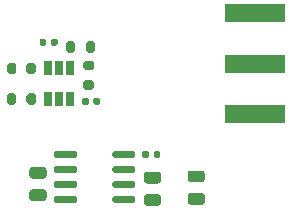
<source format=gbr>
G04 #@! TF.GenerationSoftware,KiCad,Pcbnew,(5.1.9)-1*
G04 #@! TF.CreationDate,2021-04-02T20:50:49-05:00*
G04 #@! TF.ProjectId,coax-probe,636f6178-2d70-4726-9f62-652e6b696361,rev?*
G04 #@! TF.SameCoordinates,Original*
G04 #@! TF.FileFunction,Paste,Top*
G04 #@! TF.FilePolarity,Positive*
%FSLAX46Y46*%
G04 Gerber Fmt 4.6, Leading zero omitted, Abs format (unit mm)*
G04 Created by KiCad (PCBNEW (5.1.9)-1) date 2021-04-02 20:50:49*
%MOMM*%
%LPD*%
G01*
G04 APERTURE LIST*
%ADD10R,0.650000X1.220000*%
%ADD11R,5.080000X1.500000*%
G04 APERTURE END LIST*
G36*
G01*
X170400000Y-64045000D02*
X170400000Y-63745000D01*
G75*
G02*
X170550000Y-63595000I150000J0D01*
G01*
X172200000Y-63595000D01*
G75*
G02*
X172350000Y-63745000I0J-150000D01*
G01*
X172350000Y-64045000D01*
G75*
G02*
X172200000Y-64195000I-150000J0D01*
G01*
X170550000Y-64195000D01*
G75*
G02*
X170400000Y-64045000I0J150000D01*
G01*
G37*
G36*
G01*
X170400000Y-65315000D02*
X170400000Y-65015000D01*
G75*
G02*
X170550000Y-64865000I150000J0D01*
G01*
X172200000Y-64865000D01*
G75*
G02*
X172350000Y-65015000I0J-150000D01*
G01*
X172350000Y-65315000D01*
G75*
G02*
X172200000Y-65465000I-150000J0D01*
G01*
X170550000Y-65465000D01*
G75*
G02*
X170400000Y-65315000I0J150000D01*
G01*
G37*
G36*
G01*
X170400000Y-66585000D02*
X170400000Y-66285000D01*
G75*
G02*
X170550000Y-66135000I150000J0D01*
G01*
X172200000Y-66135000D01*
G75*
G02*
X172350000Y-66285000I0J-150000D01*
G01*
X172350000Y-66585000D01*
G75*
G02*
X172200000Y-66735000I-150000J0D01*
G01*
X170550000Y-66735000D01*
G75*
G02*
X170400000Y-66585000I0J150000D01*
G01*
G37*
G36*
G01*
X170400000Y-67855000D02*
X170400000Y-67555000D01*
G75*
G02*
X170550000Y-67405000I150000J0D01*
G01*
X172200000Y-67405000D01*
G75*
G02*
X172350000Y-67555000I0J-150000D01*
G01*
X172350000Y-67855000D01*
G75*
G02*
X172200000Y-68005000I-150000J0D01*
G01*
X170550000Y-68005000D01*
G75*
G02*
X170400000Y-67855000I0J150000D01*
G01*
G37*
G36*
G01*
X165450000Y-67855000D02*
X165450000Y-67555000D01*
G75*
G02*
X165600000Y-67405000I150000J0D01*
G01*
X167250000Y-67405000D01*
G75*
G02*
X167400000Y-67555000I0J-150000D01*
G01*
X167400000Y-67855000D01*
G75*
G02*
X167250000Y-68005000I-150000J0D01*
G01*
X165600000Y-68005000D01*
G75*
G02*
X165450000Y-67855000I0J150000D01*
G01*
G37*
G36*
G01*
X165450000Y-66585000D02*
X165450000Y-66285000D01*
G75*
G02*
X165600000Y-66135000I150000J0D01*
G01*
X167250000Y-66135000D01*
G75*
G02*
X167400000Y-66285000I0J-150000D01*
G01*
X167400000Y-66585000D01*
G75*
G02*
X167250000Y-66735000I-150000J0D01*
G01*
X165600000Y-66735000D01*
G75*
G02*
X165450000Y-66585000I0J150000D01*
G01*
G37*
G36*
G01*
X165450000Y-65315000D02*
X165450000Y-65015000D01*
G75*
G02*
X165600000Y-64865000I150000J0D01*
G01*
X167250000Y-64865000D01*
G75*
G02*
X167400000Y-65015000I0J-150000D01*
G01*
X167400000Y-65315000D01*
G75*
G02*
X167250000Y-65465000I-150000J0D01*
G01*
X165600000Y-65465000D01*
G75*
G02*
X165450000Y-65315000I0J150000D01*
G01*
G37*
G36*
G01*
X165450000Y-64045000D02*
X165450000Y-63745000D01*
G75*
G02*
X165600000Y-63595000I150000J0D01*
G01*
X167250000Y-63595000D01*
G75*
G02*
X167400000Y-63745000I0J-150000D01*
G01*
X167400000Y-64045000D01*
G75*
G02*
X167250000Y-64195000I-150000J0D01*
G01*
X165600000Y-64195000D01*
G75*
G02*
X165450000Y-64045000I0J150000D01*
G01*
G37*
G36*
G01*
X177025000Y-67150000D02*
X177975000Y-67150000D01*
G75*
G02*
X178225000Y-67400000I0J-250000D01*
G01*
X178225000Y-67900000D01*
G75*
G02*
X177975000Y-68150000I-250000J0D01*
G01*
X177025000Y-68150000D01*
G75*
G02*
X176775000Y-67900000I0J250000D01*
G01*
X176775000Y-67400000D01*
G75*
G02*
X177025000Y-67150000I250000J0D01*
G01*
G37*
G36*
G01*
X177025000Y-65250000D02*
X177975000Y-65250000D01*
G75*
G02*
X178225000Y-65500000I0J-250000D01*
G01*
X178225000Y-66000000D01*
G75*
G02*
X177975000Y-66250000I-250000J0D01*
G01*
X177025000Y-66250000D01*
G75*
G02*
X176775000Y-66000000I0J250000D01*
G01*
X176775000Y-65500000D01*
G75*
G02*
X177025000Y-65250000I250000J0D01*
G01*
G37*
G36*
G01*
X173900000Y-64070000D02*
X173900000Y-63730000D01*
G75*
G02*
X174040000Y-63590000I140000J0D01*
G01*
X174320000Y-63590000D01*
G75*
G02*
X174460000Y-63730000I0J-140000D01*
G01*
X174460000Y-64070000D01*
G75*
G02*
X174320000Y-64210000I-140000J0D01*
G01*
X174040000Y-64210000D01*
G75*
G02*
X173900000Y-64070000I0J140000D01*
G01*
G37*
G36*
G01*
X172940000Y-64070000D02*
X172940000Y-63730000D01*
G75*
G02*
X173080000Y-63590000I140000J0D01*
G01*
X173360000Y-63590000D01*
G75*
G02*
X173500000Y-63730000I0J-140000D01*
G01*
X173500000Y-64070000D01*
G75*
G02*
X173360000Y-64210000I-140000J0D01*
G01*
X173080000Y-64210000D01*
G75*
G02*
X172940000Y-64070000I0J140000D01*
G01*
G37*
G36*
G01*
X162275000Y-56325000D02*
X162275000Y-56875000D01*
G75*
G02*
X162075000Y-57075000I-200000J0D01*
G01*
X161675000Y-57075000D01*
G75*
G02*
X161475000Y-56875000I0J200000D01*
G01*
X161475000Y-56325000D01*
G75*
G02*
X161675000Y-56125000I200000J0D01*
G01*
X162075000Y-56125000D01*
G75*
G02*
X162275000Y-56325000I0J-200000D01*
G01*
G37*
G36*
G01*
X163925000Y-56325000D02*
X163925000Y-56875000D01*
G75*
G02*
X163725000Y-57075000I-200000J0D01*
G01*
X163325000Y-57075000D01*
G75*
G02*
X163125000Y-56875000I0J200000D01*
G01*
X163125000Y-56325000D01*
G75*
G02*
X163325000Y-56125000I200000J0D01*
G01*
X163725000Y-56125000D01*
G75*
G02*
X163925000Y-56325000I0J-200000D01*
G01*
G37*
G36*
G01*
X168125000Y-57625000D02*
X168675000Y-57625000D01*
G75*
G02*
X168875000Y-57825000I0J-200000D01*
G01*
X168875000Y-58225000D01*
G75*
G02*
X168675000Y-58425000I-200000J0D01*
G01*
X168125000Y-58425000D01*
G75*
G02*
X167925000Y-58225000I0J200000D01*
G01*
X167925000Y-57825000D01*
G75*
G02*
X168125000Y-57625000I200000J0D01*
G01*
G37*
G36*
G01*
X168125000Y-55975000D02*
X168675000Y-55975000D01*
G75*
G02*
X168875000Y-56175000I0J-200000D01*
G01*
X168875000Y-56575000D01*
G75*
G02*
X168675000Y-56775000I-200000J0D01*
G01*
X168125000Y-56775000D01*
G75*
G02*
X167925000Y-56575000I0J200000D01*
G01*
X167925000Y-56175000D01*
G75*
G02*
X168125000Y-55975000I200000J0D01*
G01*
G37*
G36*
G01*
X168925000Y-54525000D02*
X168925000Y-55075000D01*
G75*
G02*
X168725000Y-55275000I-200000J0D01*
G01*
X168325000Y-55275000D01*
G75*
G02*
X168125000Y-55075000I0J200000D01*
G01*
X168125000Y-54525000D01*
G75*
G02*
X168325000Y-54325000I200000J0D01*
G01*
X168725000Y-54325000D01*
G75*
G02*
X168925000Y-54525000I0J-200000D01*
G01*
G37*
G36*
G01*
X167275000Y-54525000D02*
X167275000Y-55075000D01*
G75*
G02*
X167075000Y-55275000I-200000J0D01*
G01*
X166675000Y-55275000D01*
G75*
G02*
X166475000Y-55075000I0J200000D01*
G01*
X166475000Y-54525000D01*
G75*
G02*
X166675000Y-54325000I200000J0D01*
G01*
X167075000Y-54325000D01*
G75*
G02*
X167275000Y-54525000I0J-200000D01*
G01*
G37*
G36*
G01*
X162275000Y-58925000D02*
X162275000Y-59475000D01*
G75*
G02*
X162075000Y-59675000I-200000J0D01*
G01*
X161675000Y-59675000D01*
G75*
G02*
X161475000Y-59475000I0J200000D01*
G01*
X161475000Y-58925000D01*
G75*
G02*
X161675000Y-58725000I200000J0D01*
G01*
X162075000Y-58725000D01*
G75*
G02*
X162275000Y-58925000I0J-200000D01*
G01*
G37*
G36*
G01*
X163925000Y-58925000D02*
X163925000Y-59475000D01*
G75*
G02*
X163725000Y-59675000I-200000J0D01*
G01*
X163325000Y-59675000D01*
G75*
G02*
X163125000Y-59475000I0J200000D01*
G01*
X163125000Y-58925000D01*
G75*
G02*
X163325000Y-58725000I200000J0D01*
G01*
X163725000Y-58725000D01*
G75*
G02*
X163925000Y-58925000I0J-200000D01*
G01*
G37*
G36*
G01*
X168800000Y-59570000D02*
X168800000Y-59230000D01*
G75*
G02*
X168940000Y-59090000I140000J0D01*
G01*
X169220000Y-59090000D01*
G75*
G02*
X169360000Y-59230000I0J-140000D01*
G01*
X169360000Y-59570000D01*
G75*
G02*
X169220000Y-59710000I-140000J0D01*
G01*
X168940000Y-59710000D01*
G75*
G02*
X168800000Y-59570000I0J140000D01*
G01*
G37*
G36*
G01*
X167840000Y-59570000D02*
X167840000Y-59230000D01*
G75*
G02*
X167980000Y-59090000I140000J0D01*
G01*
X168260000Y-59090000D01*
G75*
G02*
X168400000Y-59230000I0J-140000D01*
G01*
X168400000Y-59570000D01*
G75*
G02*
X168260000Y-59710000I-140000J0D01*
G01*
X167980000Y-59710000D01*
G75*
G02*
X167840000Y-59570000I0J140000D01*
G01*
G37*
G36*
G01*
X173325000Y-67250000D02*
X174275000Y-67250000D01*
G75*
G02*
X174525000Y-67500000I0J-250000D01*
G01*
X174525000Y-68000000D01*
G75*
G02*
X174275000Y-68250000I-250000J0D01*
G01*
X173325000Y-68250000D01*
G75*
G02*
X173075000Y-68000000I0J250000D01*
G01*
X173075000Y-67500000D01*
G75*
G02*
X173325000Y-67250000I250000J0D01*
G01*
G37*
G36*
G01*
X173325000Y-65350000D02*
X174275000Y-65350000D01*
G75*
G02*
X174525000Y-65600000I0J-250000D01*
G01*
X174525000Y-66100000D01*
G75*
G02*
X174275000Y-66350000I-250000J0D01*
G01*
X173325000Y-66350000D01*
G75*
G02*
X173075000Y-66100000I0J250000D01*
G01*
X173075000Y-65600000D01*
G75*
G02*
X173325000Y-65350000I250000J0D01*
G01*
G37*
G36*
G01*
X164800000Y-54230000D02*
X164800000Y-54570000D01*
G75*
G02*
X164660000Y-54710000I-140000J0D01*
G01*
X164380000Y-54710000D01*
G75*
G02*
X164240000Y-54570000I0J140000D01*
G01*
X164240000Y-54230000D01*
G75*
G02*
X164380000Y-54090000I140000J0D01*
G01*
X164660000Y-54090000D01*
G75*
G02*
X164800000Y-54230000I0J-140000D01*
G01*
G37*
G36*
G01*
X165760000Y-54230000D02*
X165760000Y-54570000D01*
G75*
G02*
X165620000Y-54710000I-140000J0D01*
G01*
X165340000Y-54710000D01*
G75*
G02*
X165200000Y-54570000I0J140000D01*
G01*
X165200000Y-54230000D01*
G75*
G02*
X165340000Y-54090000I140000J0D01*
G01*
X165620000Y-54090000D01*
G75*
G02*
X165760000Y-54230000I0J-140000D01*
G01*
G37*
G36*
G01*
X163625000Y-66850000D02*
X164575000Y-66850000D01*
G75*
G02*
X164825000Y-67100000I0J-250000D01*
G01*
X164825000Y-67600000D01*
G75*
G02*
X164575000Y-67850000I-250000J0D01*
G01*
X163625000Y-67850000D01*
G75*
G02*
X163375000Y-67600000I0J250000D01*
G01*
X163375000Y-67100000D01*
G75*
G02*
X163625000Y-66850000I250000J0D01*
G01*
G37*
G36*
G01*
X163625000Y-64950000D02*
X164575000Y-64950000D01*
G75*
G02*
X164825000Y-65200000I0J-250000D01*
G01*
X164825000Y-65700000D01*
G75*
G02*
X164575000Y-65950000I-250000J0D01*
G01*
X163625000Y-65950000D01*
G75*
G02*
X163375000Y-65700000I0J250000D01*
G01*
X163375000Y-65200000D01*
G75*
G02*
X163625000Y-64950000I250000J0D01*
G01*
G37*
D10*
X166850000Y-59210000D03*
X165900000Y-59210000D03*
X164950000Y-59210000D03*
X164950000Y-56590000D03*
X165900000Y-56590000D03*
X166850000Y-56590000D03*
D11*
X182500000Y-56200000D03*
X182500000Y-51950000D03*
X182500000Y-60450000D03*
M02*

</source>
